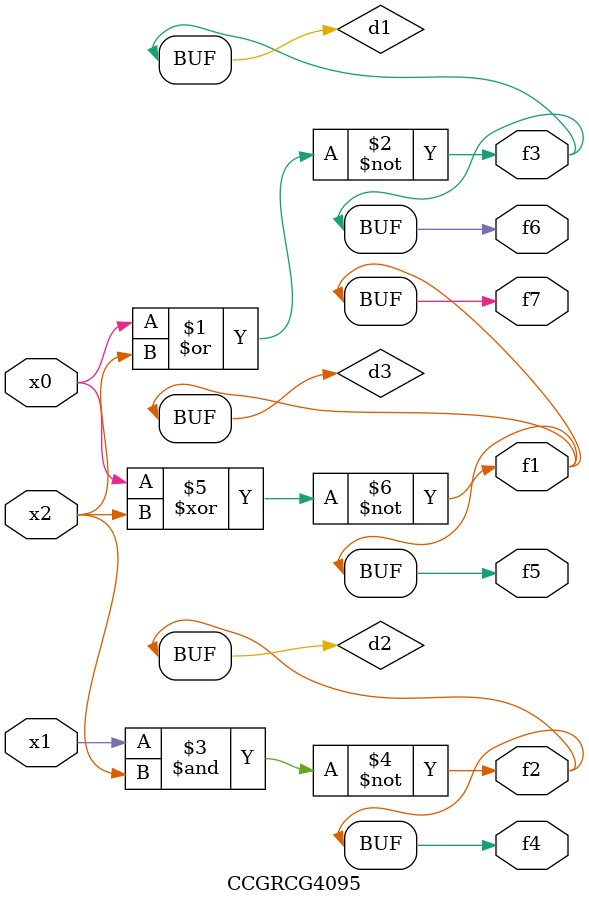
<source format=v>
module CCGRCG4095(
	input x0, x1, x2,
	output f1, f2, f3, f4, f5, f6, f7
);

	wire d1, d2, d3;

	nor (d1, x0, x2);
	nand (d2, x1, x2);
	xnor (d3, x0, x2);
	assign f1 = d3;
	assign f2 = d2;
	assign f3 = d1;
	assign f4 = d2;
	assign f5 = d3;
	assign f6 = d1;
	assign f7 = d3;
endmodule

</source>
